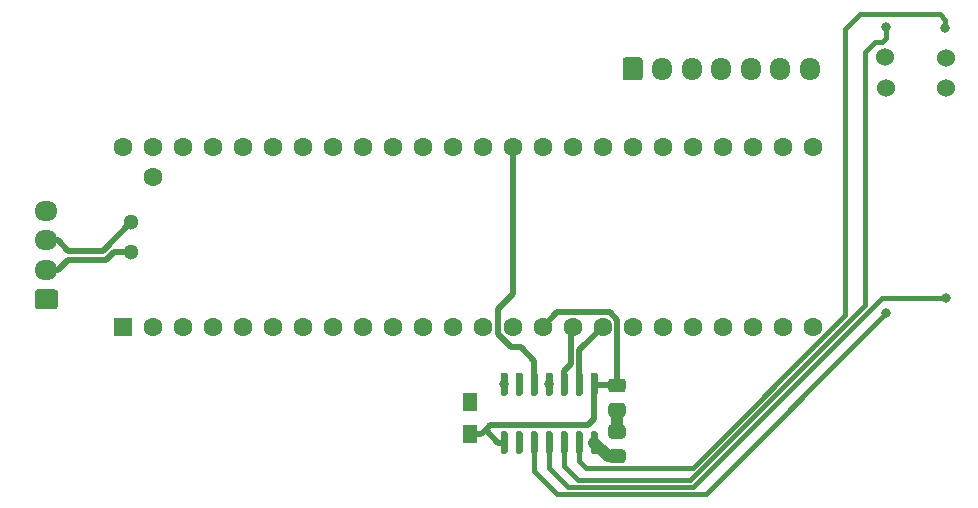
<source format=gbr>
%TF.GenerationSoftware,KiCad,Pcbnew,(5.1.10)-1*%
%TF.CreationDate,2021-09-26T01:53:07+10:00*%
%TF.ProjectId,RedPyKeeb_MCU,52656450-794b-4656-9562-5f4d43552e6b,rev?*%
%TF.SameCoordinates,Original*%
%TF.FileFunction,Copper,L1,Top*%
%TF.FilePolarity,Positive*%
%FSLAX46Y46*%
G04 Gerber Fmt 4.6, Leading zero omitted, Abs format (unit mm)*
G04 Created by KiCad (PCBNEW (5.1.10)-1) date 2021-09-26 01:53:07*
%MOMM*%
%LPD*%
G01*
G04 APERTURE LIST*
%TA.AperFunction,SMDPad,CuDef*%
%ADD10R,1.300000X1.500000*%
%TD*%
%TA.AperFunction,ComponentPad*%
%ADD11O,1.700000X1.950000*%
%TD*%
%TA.AperFunction,ComponentPad*%
%ADD12O,1.950000X1.700000*%
%TD*%
%TA.AperFunction,ComponentPad*%
%ADD13C,1.600000*%
%TD*%
%TA.AperFunction,ComponentPad*%
%ADD14R,1.600000X1.600000*%
%TD*%
%TA.AperFunction,ComponentPad*%
%ADD15C,1.300000*%
%TD*%
%TA.AperFunction,ViaPad*%
%ADD16C,0.800000*%
%TD*%
%TA.AperFunction,ViaPad*%
%ADD17C,1.524000*%
%TD*%
%TA.AperFunction,Conductor*%
%ADD18C,1.016000*%
%TD*%
%TA.AperFunction,Conductor*%
%ADD19C,0.381000*%
%TD*%
%TA.AperFunction,Conductor*%
%ADD20C,0.508000*%
%TD*%
G04 APERTURE END LIST*
D10*
%TO.P,R1,2*%
%TO.N,33_REF*%
X63703200Y-61874400D03*
%TO.P,R1,1*%
%TO.N,GNDPWR*%
X63703200Y-59174400D03*
%TD*%
%TO.P,U1,14*%
%TO.N,MAIN_VBUS*%
%TA.AperFunction,SMDPad,CuDef*%
G36*
G01*
X74068800Y-61647200D02*
X74368800Y-61647200D01*
G75*
G02*
X74518800Y-61797200I0J-150000D01*
G01*
X74518800Y-63447200D01*
G75*
G02*
X74368800Y-63597200I-150000J0D01*
G01*
X74068800Y-63597200D01*
G75*
G02*
X73918800Y-63447200I0J150000D01*
G01*
X73918800Y-61797200D01*
G75*
G02*
X74068800Y-61647200I150000J0D01*
G01*
G37*
%TD.AperFunction*%
%TO.P,U1,13*%
%TO.N,LED_SDA_STATUS0*%
%TA.AperFunction,SMDPad,CuDef*%
G36*
G01*
X72798800Y-61647200D02*
X73098800Y-61647200D01*
G75*
G02*
X73248800Y-61797200I0J-150000D01*
G01*
X73248800Y-63447200D01*
G75*
G02*
X73098800Y-63597200I-150000J0D01*
G01*
X72798800Y-63597200D01*
G75*
G02*
X72648800Y-63447200I0J150000D01*
G01*
X72648800Y-61797200D01*
G75*
G02*
X72798800Y-61647200I150000J0D01*
G01*
G37*
%TD.AperFunction*%
%TO.P,U1,12*%
%TO.N,LED_SCL_STATUS0*%
%TA.AperFunction,SMDPad,CuDef*%
G36*
G01*
X71528800Y-61647200D02*
X71828800Y-61647200D01*
G75*
G02*
X71978800Y-61797200I0J-150000D01*
G01*
X71978800Y-63447200D01*
G75*
G02*
X71828800Y-63597200I-150000J0D01*
G01*
X71528800Y-63597200D01*
G75*
G02*
X71378800Y-63447200I0J150000D01*
G01*
X71378800Y-61797200D01*
G75*
G02*
X71528800Y-61647200I150000J0D01*
G01*
G37*
%TD.AperFunction*%
%TO.P,U1,11*%
%TO.N,LED_SDA_ROW0*%
%TA.AperFunction,SMDPad,CuDef*%
G36*
G01*
X70258800Y-61647200D02*
X70558800Y-61647200D01*
G75*
G02*
X70708800Y-61797200I0J-150000D01*
G01*
X70708800Y-63447200D01*
G75*
G02*
X70558800Y-63597200I-150000J0D01*
G01*
X70258800Y-63597200D01*
G75*
G02*
X70108800Y-63447200I0J150000D01*
G01*
X70108800Y-61797200D01*
G75*
G02*
X70258800Y-61647200I150000J0D01*
G01*
G37*
%TD.AperFunction*%
%TO.P,U1,10*%
%TO.N,LED_SCL_ROW0*%
%TA.AperFunction,SMDPad,CuDef*%
G36*
G01*
X68988800Y-61647200D02*
X69288800Y-61647200D01*
G75*
G02*
X69438800Y-61797200I0J-150000D01*
G01*
X69438800Y-63447200D01*
G75*
G02*
X69288800Y-63597200I-150000J0D01*
G01*
X68988800Y-63597200D01*
G75*
G02*
X68838800Y-63447200I0J150000D01*
G01*
X68838800Y-61797200D01*
G75*
G02*
X68988800Y-61647200I150000J0D01*
G01*
G37*
%TD.AperFunction*%
%TO.P,U1,9*%
%TO.N,Net-(U1-Pad9)*%
%TA.AperFunction,SMDPad,CuDef*%
G36*
G01*
X67718800Y-61647200D02*
X68018800Y-61647200D01*
G75*
G02*
X68168800Y-61797200I0J-150000D01*
G01*
X68168800Y-63447200D01*
G75*
G02*
X68018800Y-63597200I-150000J0D01*
G01*
X67718800Y-63597200D01*
G75*
G02*
X67568800Y-63447200I0J150000D01*
G01*
X67568800Y-61797200D01*
G75*
G02*
X67718800Y-61647200I150000J0D01*
G01*
G37*
%TD.AperFunction*%
%TO.P,U1,8*%
%TO.N,33_REF*%
%TA.AperFunction,SMDPad,CuDef*%
G36*
G01*
X66448800Y-61647200D02*
X66748800Y-61647200D01*
G75*
G02*
X66898800Y-61797200I0J-150000D01*
G01*
X66898800Y-63447200D01*
G75*
G02*
X66748800Y-63597200I-150000J0D01*
G01*
X66448800Y-63597200D01*
G75*
G02*
X66298800Y-63447200I0J150000D01*
G01*
X66298800Y-61797200D01*
G75*
G02*
X66448800Y-61647200I150000J0D01*
G01*
G37*
%TD.AperFunction*%
%TO.P,U1,7*%
%TO.N,GNDPWR*%
%TA.AperFunction,SMDPad,CuDef*%
G36*
G01*
X66448800Y-56697200D02*
X66748800Y-56697200D01*
G75*
G02*
X66898800Y-56847200I0J-150000D01*
G01*
X66898800Y-58497200D01*
G75*
G02*
X66748800Y-58647200I-150000J0D01*
G01*
X66448800Y-58647200D01*
G75*
G02*
X66298800Y-58497200I0J150000D01*
G01*
X66298800Y-56847200D01*
G75*
G02*
X66448800Y-56697200I150000J0D01*
G01*
G37*
%TD.AperFunction*%
%TO.P,U1,6*%
%TO.N,Net-(U1-Pad6)*%
%TA.AperFunction,SMDPad,CuDef*%
G36*
G01*
X67718800Y-56697200D02*
X68018800Y-56697200D01*
G75*
G02*
X68168800Y-56847200I0J-150000D01*
G01*
X68168800Y-58497200D01*
G75*
G02*
X68018800Y-58647200I-150000J0D01*
G01*
X67718800Y-58647200D01*
G75*
G02*
X67568800Y-58497200I0J150000D01*
G01*
X67568800Y-56847200D01*
G75*
G02*
X67718800Y-56697200I150000J0D01*
G01*
G37*
%TD.AperFunction*%
%TO.P,U1,5*%
%TO.N,LED_SCL_ROW0_MCU*%
%TA.AperFunction,SMDPad,CuDef*%
G36*
G01*
X68988800Y-56697200D02*
X69288800Y-56697200D01*
G75*
G02*
X69438800Y-56847200I0J-150000D01*
G01*
X69438800Y-58497200D01*
G75*
G02*
X69288800Y-58647200I-150000J0D01*
G01*
X68988800Y-58647200D01*
G75*
G02*
X68838800Y-58497200I0J150000D01*
G01*
X68838800Y-56847200D01*
G75*
G02*
X68988800Y-56697200I150000J0D01*
G01*
G37*
%TD.AperFunction*%
%TO.P,U1,4*%
%TO.N,LED_SDA_ROW0_MCU*%
%TA.AperFunction,SMDPad,CuDef*%
G36*
G01*
X70258800Y-56697200D02*
X70558800Y-56697200D01*
G75*
G02*
X70708800Y-56847200I0J-150000D01*
G01*
X70708800Y-58497200D01*
G75*
G02*
X70558800Y-58647200I-150000J0D01*
G01*
X70258800Y-58647200D01*
G75*
G02*
X70108800Y-58497200I0J150000D01*
G01*
X70108800Y-56847200D01*
G75*
G02*
X70258800Y-56697200I150000J0D01*
G01*
G37*
%TD.AperFunction*%
%TO.P,U1,3*%
%TO.N,LED_SCL_STATUS0_MCU*%
%TA.AperFunction,SMDPad,CuDef*%
G36*
G01*
X71528800Y-56697200D02*
X71828800Y-56697200D01*
G75*
G02*
X71978800Y-56847200I0J-150000D01*
G01*
X71978800Y-58497200D01*
G75*
G02*
X71828800Y-58647200I-150000J0D01*
G01*
X71528800Y-58647200D01*
G75*
G02*
X71378800Y-58497200I0J150000D01*
G01*
X71378800Y-56847200D01*
G75*
G02*
X71528800Y-56697200I150000J0D01*
G01*
G37*
%TD.AperFunction*%
%TO.P,U1,2*%
%TO.N,LED_SDA_STATUS0_MCU*%
%TA.AperFunction,SMDPad,CuDef*%
G36*
G01*
X72798800Y-56697200D02*
X73098800Y-56697200D01*
G75*
G02*
X73248800Y-56847200I0J-150000D01*
G01*
X73248800Y-58497200D01*
G75*
G02*
X73098800Y-58647200I-150000J0D01*
G01*
X72798800Y-58647200D01*
G75*
G02*
X72648800Y-58497200I0J150000D01*
G01*
X72648800Y-56847200D01*
G75*
G02*
X72798800Y-56697200I150000J0D01*
G01*
G37*
%TD.AperFunction*%
%TO.P,U1,1*%
%TO.N,33_REF*%
%TA.AperFunction,SMDPad,CuDef*%
G36*
G01*
X74068800Y-56697200D02*
X74368800Y-56697200D01*
G75*
G02*
X74518800Y-56847200I0J-150000D01*
G01*
X74518800Y-58497200D01*
G75*
G02*
X74368800Y-58647200I-150000J0D01*
G01*
X74068800Y-58647200D01*
G75*
G02*
X73918800Y-58497200I0J150000D01*
G01*
X73918800Y-56847200D01*
G75*
G02*
X74068800Y-56697200I150000J0D01*
G01*
G37*
%TD.AperFunction*%
%TD*%
D11*
%TO.P,J2,7*%
%TO.N,Net-(J2-Pad7)*%
X92470000Y-30988000D03*
%TO.P,J2,6*%
%TO.N,Net-(J2-Pad6)*%
X89970000Y-30988000D03*
%TO.P,J2,5*%
%TO.N,Net-(J2-Pad5)*%
X87470000Y-30988000D03*
%TO.P,J2,4*%
%TO.N,Net-(J2-Pad4)*%
X84970000Y-30988000D03*
%TO.P,J2,3*%
%TO.N,Net-(J2-Pad3)*%
X82470000Y-30988000D03*
%TO.P,J2,2*%
%TO.N,GNDPWR*%
X79970000Y-30988000D03*
%TO.P,J2,1*%
%TO.N,MAIN_VBUS*%
%TA.AperFunction,ComponentPad*%
G36*
G01*
X76620000Y-31713000D02*
X76620000Y-30263000D01*
G75*
G02*
X76870000Y-30013000I250000J0D01*
G01*
X78070000Y-30013000D01*
G75*
G02*
X78320000Y-30263000I0J-250000D01*
G01*
X78320000Y-31713000D01*
G75*
G02*
X78070000Y-31963000I-250000J0D01*
G01*
X76870000Y-31963000D01*
G75*
G02*
X76620000Y-31713000I0J250000D01*
G01*
G37*
%TD.AperFunction*%
%TD*%
D12*
%TO.P,J0,4*%
%TO.N,GNDPWR*%
X27838400Y-42995200D03*
%TO.P,J0,3*%
%TO.N,USB_DN*%
X27838400Y-45495200D03*
%TO.P,J0,2*%
%TO.N,USB_DP*%
X27838400Y-47995200D03*
%TO.P,J0,1*%
%TO.N,MAIN_VBUS*%
%TA.AperFunction,ComponentPad*%
G36*
G01*
X28563400Y-51345200D02*
X27113400Y-51345200D01*
G75*
G02*
X26863400Y-51095200I0J250000D01*
G01*
X26863400Y-49895200D01*
G75*
G02*
X27113400Y-49645200I250000J0D01*
G01*
X28563400Y-49645200D01*
G75*
G02*
X28813400Y-49895200I0J-250000D01*
G01*
X28813400Y-51095200D01*
G75*
G02*
X28563400Y-51345200I-250000J0D01*
G01*
G37*
%TD.AperFunction*%
%TD*%
%TO.P,C1,1*%
%TO.N,GNDPWR*%
%TA.AperFunction,SMDPad,CuDef*%
G36*
G01*
X75674200Y-61113000D02*
X76624200Y-61113000D01*
G75*
G02*
X76874200Y-61363000I0J-250000D01*
G01*
X76874200Y-62038000D01*
G75*
G02*
X76624200Y-62288000I-250000J0D01*
G01*
X75674200Y-62288000D01*
G75*
G02*
X75424200Y-62038000I0J250000D01*
G01*
X75424200Y-61363000D01*
G75*
G02*
X75674200Y-61113000I250000J0D01*
G01*
G37*
%TD.AperFunction*%
%TO.P,C1,2*%
%TO.N,MAIN_VBUS*%
%TA.AperFunction,SMDPad,CuDef*%
G36*
G01*
X75674200Y-63188000D02*
X76624200Y-63188000D01*
G75*
G02*
X76874200Y-63438000I0J-250000D01*
G01*
X76874200Y-64113000D01*
G75*
G02*
X76624200Y-64363000I-250000J0D01*
G01*
X75674200Y-64363000D01*
G75*
G02*
X75424200Y-64113000I0J250000D01*
G01*
X75424200Y-63438000D01*
G75*
G02*
X75674200Y-63188000I250000J0D01*
G01*
G37*
%TD.AperFunction*%
%TD*%
%TO.P,C2,2*%
%TO.N,33_REF*%
%TA.AperFunction,SMDPad,CuDef*%
G36*
G01*
X76624200Y-58376400D02*
X75674200Y-58376400D01*
G75*
G02*
X75424200Y-58126400I0J250000D01*
G01*
X75424200Y-57451400D01*
G75*
G02*
X75674200Y-57201400I250000J0D01*
G01*
X76624200Y-57201400D01*
G75*
G02*
X76874200Y-57451400I0J-250000D01*
G01*
X76874200Y-58126400D01*
G75*
G02*
X76624200Y-58376400I-250000J0D01*
G01*
G37*
%TD.AperFunction*%
%TO.P,C2,1*%
%TO.N,GNDPWR*%
%TA.AperFunction,SMDPad,CuDef*%
G36*
G01*
X76624200Y-60451400D02*
X75674200Y-60451400D01*
G75*
G02*
X75424200Y-60201400I0J250000D01*
G01*
X75424200Y-59526400D01*
G75*
G02*
X75674200Y-59276400I250000J0D01*
G01*
X76624200Y-59276400D01*
G75*
G02*
X76874200Y-59526400I0J-250000D01*
G01*
X76874200Y-60201400D01*
G75*
G02*
X76624200Y-60451400I-250000J0D01*
G01*
G37*
%TD.AperFunction*%
%TD*%
D13*
%TO.P,U0,49*%
%TO.N,MAIN_VBUS*%
X36830000Y-40132000D03*
%TO.P,U0,48*%
%TO.N,Net-(U0-Pad48)*%
X34290000Y-37592000D03*
%TO.P,U0,47*%
%TO.N,GNDPWR*%
X36830000Y-37592000D03*
%TO.P,U0,46*%
%TO.N,Net-(U0-Pad46)*%
X39370000Y-37592000D03*
%TO.P,U0,45*%
%TO.N,KEY_COL12*%
X41910000Y-37592000D03*
%TO.P,U0,44*%
%TO.N,KEY_COL13*%
X44450000Y-37592000D03*
%TO.P,U0,43*%
%TO.N,KEY_COL14*%
X46990000Y-37592000D03*
%TO.P,U0,42*%
%TO.N,KEY_COL15*%
X49530000Y-37592000D03*
%TO.P,U0,41*%
%TO.N,KEY_COL16*%
X52070000Y-37592000D03*
%TO.P,U0,40*%
%TO.N,KEY_COL17*%
X54610000Y-37592000D03*
%TO.P,U0,39*%
%TO.N,KEY_COL20*%
X57150000Y-37592000D03*
%TO.P,U0,38*%
%TO.N,KEY_COL19*%
X59690000Y-37592000D03*
%TO.P,U0,37*%
%TO.N,KEY_COL18*%
X62230000Y-37592000D03*
%TO.P,U0,36*%
%TO.N,Net-(U0-Pad36)*%
X64770000Y-37592000D03*
%TO.P,U0,35*%
%TO.N,LED_SCL_ROW0_MCU*%
X67310000Y-37592000D03*
D14*
%TO.P,U0,1*%
%TO.N,Net-(U0-Pad1)*%
X34290000Y-52832000D03*
D13*
%TO.P,U0,2*%
%TO.N,KEY_ROW0*%
X36830000Y-52832000D03*
%TO.P,U0,3*%
%TO.N,KEY_ROW1*%
X39370000Y-52832000D03*
%TO.P,U0,4*%
%TO.N,KEY_ROW2*%
X41910000Y-52832000D03*
%TO.P,U0,5*%
%TO.N,KEY_ROW3*%
X44450000Y-52832000D03*
%TO.P,U0,6*%
%TO.N,KEY_ROW4*%
X46990000Y-52832000D03*
%TO.P,U0,7*%
%TO.N,KEY_ROW5*%
X49530000Y-52832000D03*
%TO.P,U0,8*%
%TO.N,KEY_ROW6*%
X52070000Y-52832000D03*
%TO.P,U0,9*%
%TO.N,KEY_COL0*%
X54610000Y-52832000D03*
%TO.P,U0,10*%
%TO.N,KEY_COL1*%
X57150000Y-52832000D03*
%TO.P,U0,11*%
%TO.N,KEY_COL2*%
X59690000Y-52832000D03*
%TO.P,U0,12*%
%TO.N,KEY_COL3*%
X62230000Y-52832000D03*
%TO.P,U0,13*%
%TO.N,LED_SDA_ROW0_MCU*%
X64770000Y-52832000D03*
%TO.P,U0,34*%
%TO.N,Net-(U0-Pad34)*%
X69850000Y-37592000D03*
%TO.P,U0,33*%
%TO.N,Net-(U0-Pad33)*%
X72390000Y-37592000D03*
%TO.P,U0,32*%
%TO.N,Net-(U0-Pad32)*%
X74930000Y-37592000D03*
%TO.P,U0,31*%
%TO.N,Net-(U0-Pad31)*%
X77470000Y-37592000D03*
%TO.P,U0,30*%
%TO.N,Net-(U0-Pad30)*%
X80010000Y-37592000D03*
%TO.P,U0,29*%
%TO.N,Net-(U0-Pad29)*%
X82550000Y-37592000D03*
%TO.P,U0,28*%
%TO.N,Net-(U0-Pad28)*%
X85090000Y-37592000D03*
%TO.P,U0,27*%
%TO.N,Net-(U0-Pad27)*%
X87630000Y-37592000D03*
%TO.P,U0,26*%
%TO.N,Net-(U0-Pad26)*%
X90170000Y-37592000D03*
%TO.P,U0,25*%
%TO.N,Net-(U0-Pad25)*%
X92710000Y-37592000D03*
%TO.P,U0,24*%
%TO.N,KEY_COL11*%
X92710000Y-52832000D03*
%TO.P,U0,23*%
%TO.N,KEY_COL10*%
X90170000Y-52832000D03*
%TO.P,U0,22*%
%TO.N,KEY_COL9*%
X87630000Y-52832000D03*
%TO.P,U0,21*%
%TO.N,KEY_COL8*%
X85090000Y-52832000D03*
%TO.P,U0,14*%
%TO.N,KEY_COL4*%
X67310000Y-52832000D03*
%TO.P,U0,15*%
%TO.N,33_REF*%
X69850000Y-52832000D03*
%TO.P,U0,16*%
%TO.N,LED_SCL_STATUS0_MCU*%
X72390000Y-52832000D03*
%TO.P,U0,20*%
%TO.N,KEY_COL7*%
X82550000Y-52832000D03*
%TO.P,U0,19*%
%TO.N,KEY_COL6*%
X80010000Y-52832000D03*
%TO.P,U0,18*%
%TO.N,KEY_COL5*%
X77470000Y-52832000D03*
%TO.P,U0,17*%
%TO.N,LED_SDA_STATUS0_MCU*%
X74930000Y-52832000D03*
D15*
%TO.P,U0,67*%
%TO.N,USB_DP*%
X35020000Y-46482000D03*
%TO.P,U0,66*%
%TO.N,USB_DN*%
X35020000Y-43942000D03*
%TD*%
D16*
%TO.N,LED_SDA_ROW0*%
X103974900Y-50342800D03*
D17*
%TO.N,GNDPWR*%
X104038400Y-32575500D03*
X98894900Y-32562800D03*
%TO.N,MAIN_VBUS*%
X104000300Y-30022800D03*
X98844100Y-29997400D03*
D16*
%TO.N,GNDPWR*%
X63652400Y-59182000D03*
X76149200Y-59842400D03*
X66598800Y-57658000D03*
%TO.N,LED_SCL_ROW0*%
X98927600Y-51683600D03*
%TO.N,MAIN_VBUS*%
X76149200Y-63775500D03*
%TO.N,LED_SCL_STATUS0*%
X98920300Y-27470100D03*
%TO.N,LED_SDA_STATUS0*%
X103962200Y-27495500D03*
%TO.N,LED_SDA_ROW0_MCU*%
X70408800Y-57672200D03*
%TD*%
D18*
%TO.N,GNDPWR*%
X76149200Y-59842400D02*
X76149200Y-61700500D01*
D19*
%TO.N,LED_SCL_ROW0*%
X69138800Y-65036640D02*
X69138800Y-62622200D01*
X71050180Y-66948020D02*
X69138800Y-65036640D01*
X83632052Y-66948020D02*
X71050180Y-66948020D01*
X83663180Y-66948020D02*
X83632052Y-66948020D01*
X98927600Y-51683600D02*
X83663180Y-66948020D01*
%TO.N,LED_SDA_ROW0*%
X70408800Y-64770000D02*
X70408800Y-62622200D01*
X72005810Y-66367010D02*
X70408800Y-64770000D01*
X82580276Y-66367010D02*
X72005810Y-66367010D01*
X98604486Y-50342800D02*
X82580276Y-66367010D01*
X103974900Y-50342800D02*
X98604486Y-50342800D01*
D18*
%TO.N,MAIN_VBUS*%
X75372100Y-63775500D02*
X76149200Y-63775500D01*
X74218800Y-62622200D02*
X75372100Y-63775500D01*
D20*
%TO.N,USB_DP*%
X32909774Y-47124200D02*
X33551974Y-46482000D01*
X29684400Y-47124200D02*
X32909774Y-47124200D01*
X33551974Y-46482000D02*
X35020000Y-46482000D01*
X28813400Y-47995200D02*
X29684400Y-47124200D01*
X27838400Y-47995200D02*
X28813400Y-47995200D01*
%TO.N,USB_DN*%
X32595800Y-46366200D02*
X35020000Y-43942000D01*
X28813400Y-45495200D02*
X29684400Y-46366200D01*
X27838400Y-45495200D02*
X28813400Y-45495200D01*
X29684400Y-46366200D02*
X32595800Y-46366200D01*
D19*
%TO.N,LED_SCL_STATUS0*%
X97180400Y-50945214D02*
X97180400Y-29514800D01*
X72847200Y-65786000D02*
X82339614Y-65786000D01*
X97180400Y-29514800D02*
X97963701Y-28731499D01*
X82339614Y-65786000D02*
X97180400Y-50945214D01*
X71678800Y-64617600D02*
X72847200Y-65786000D01*
X71678800Y-62622200D02*
X71678800Y-64617600D01*
X97963701Y-28731499D02*
X98586001Y-28731499D01*
X98586001Y-28731499D02*
X98920300Y-28397200D01*
X98920300Y-28397200D02*
X98920300Y-27470100D01*
X98920300Y-27470100D02*
X98920300Y-27470100D01*
%TO.N,LED_SDA_STATUS0*%
X95453200Y-51850742D02*
X95453200Y-29413200D01*
X73541910Y-64753510D02*
X82550432Y-64753510D01*
X82550432Y-64753510D02*
X95453200Y-51850742D01*
X72948800Y-64160400D02*
X73541910Y-64753510D01*
X72948800Y-62622200D02*
X72948800Y-64160400D01*
X95453200Y-29413200D02*
X95453200Y-27609800D01*
X95453200Y-27609800D02*
X96710500Y-26352500D01*
X96710500Y-26352500D02*
X103466900Y-26352500D01*
X103466900Y-26352500D02*
X103962200Y-26847800D01*
X103962200Y-26847800D02*
X103962200Y-27495500D01*
X103962200Y-27495500D02*
X103962200Y-27495500D01*
D20*
%TO.N,33_REF*%
X76184001Y-52230079D02*
X76184001Y-57754099D01*
X75531921Y-51577999D02*
X76184001Y-52230079D01*
X71104001Y-51577999D02*
X75531921Y-51577999D01*
X76184001Y-57754099D02*
X76149200Y-57788900D01*
X69850000Y-52832000D02*
X71104001Y-51577999D01*
X74335500Y-57788900D02*
X74218800Y-57672200D01*
X76149200Y-57788900D02*
X74335500Y-57788900D01*
X73731610Y-61142390D02*
X74218800Y-60655200D01*
X67103610Y-61142390D02*
X73731610Y-61142390D01*
X74218800Y-60655200D02*
X74218800Y-57672200D01*
X67103610Y-61142390D02*
X65400410Y-61142390D01*
X64668400Y-61874400D02*
X63703200Y-61874400D01*
X65024000Y-61569600D02*
X66076600Y-62622200D01*
X65024000Y-61518800D02*
X65024000Y-61569600D01*
X66598800Y-62622200D02*
X66076600Y-62622200D01*
X65400410Y-61142390D02*
X65024000Y-61518800D01*
X65024000Y-61518800D02*
X64668400Y-61874400D01*
%TO.N,LED_SDA_STATUS0_MCU*%
X72948800Y-54813200D02*
X74930000Y-52832000D01*
X72948800Y-57672200D02*
X72948800Y-54813200D01*
%TO.N,LED_SCL_STATUS0_MCU*%
X71678800Y-57672200D02*
X71678800Y-56543590D01*
X72240790Y-52981210D02*
X72390000Y-52832000D01*
X72240790Y-55981600D02*
X72240790Y-52981210D01*
X71678800Y-56543590D02*
X72240790Y-55981600D01*
%TO.N,LED_SCL_ROW0_MCU*%
X67310000Y-50038000D02*
X67310000Y-37592000D01*
X66055999Y-53433921D02*
X66055999Y-51292001D01*
X66055999Y-51292001D02*
X67310000Y-50038000D01*
X69138800Y-57672200D02*
X69138800Y-55676800D01*
X68034761Y-54572761D02*
X67194839Y-54572761D01*
X67194839Y-54572761D02*
X66055999Y-53433921D01*
X69138800Y-55676800D02*
X68034761Y-54572761D01*
%TD*%
M02*

</source>
